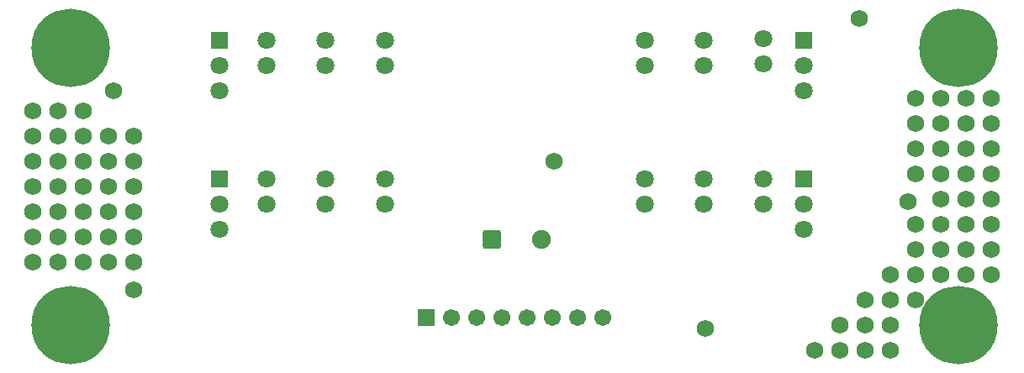
<source format=gbs>
G04 Layer_Color=16711935*
%FSLAX23Y23*%
%MOIN*%
G70*
G01*
G75*
%ADD33C,0.071*%
%ADD34C,0.068*%
%ADD35C,0.071*%
%ADD36R,0.071X0.071*%
%ADD37C,0.067*%
%ADD38R,0.067X0.067*%
G04:AMPARAMS|DCode=39|XSize=75mil|YSize=75mil|CornerRadius=12mil|HoleSize=0mil|Usage=FLASHONLY|Rotation=0.000|XOffset=0mil|YOffset=0mil|HoleType=Round|Shape=RoundedRectangle|*
%AMROUNDEDRECTD39*
21,1,0.075,0.050,0,0,0.0*
21,1,0.050,0.075,0,0,0.0*
1,1,0.025,0.025,-0.025*
1,1,0.025,-0.025,-0.025*
1,1,0.025,-0.025,0.025*
1,1,0.025,0.025,0.025*
%
%ADD39ROUNDEDRECTD39*%
%ADD40C,0.075*%
%ADD41C,0.311*%
D33*
X2475Y780D02*
D03*
Y680D02*
D03*
X2710Y780D02*
D03*
Y680D02*
D03*
X2475Y1330D02*
D03*
Y1230D02*
D03*
X2710Y1330D02*
D03*
Y1230D02*
D03*
X1445Y1330D02*
D03*
Y1230D02*
D03*
X1210Y1330D02*
D03*
Y1230D02*
D03*
X1445Y780D02*
D03*
Y680D02*
D03*
X1210Y780D02*
D03*
Y680D02*
D03*
X975Y780D02*
D03*
Y680D02*
D03*
Y1330D02*
D03*
Y1230D02*
D03*
X2945Y1335D02*
D03*
Y1235D02*
D03*
Y780D02*
D03*
Y680D02*
D03*
D34*
X2715Y185D02*
D03*
X2115Y850D02*
D03*
X3520Y690D02*
D03*
X3325Y1415D02*
D03*
X370Y1130D02*
D03*
X450Y340D02*
D03*
Y750D02*
D03*
Y650D02*
D03*
X350Y750D02*
D03*
Y650D02*
D03*
Y550D02*
D03*
X3450Y200D02*
D03*
Y100D02*
D03*
X3350D02*
D03*
X3150D02*
D03*
X3250D02*
D03*
Y200D02*
D03*
X3350D02*
D03*
Y300D02*
D03*
X3450D02*
D03*
Y400D02*
D03*
X3550Y300D02*
D03*
Y400D02*
D03*
Y500D02*
D03*
Y600D02*
D03*
X3650Y400D02*
D03*
Y500D02*
D03*
Y600D02*
D03*
Y700D02*
D03*
X3750D02*
D03*
Y600D02*
D03*
Y500D02*
D03*
Y400D02*
D03*
X3850Y700D02*
D03*
Y600D02*
D03*
Y500D02*
D03*
Y400D02*
D03*
Y800D02*
D03*
Y900D02*
D03*
Y1000D02*
D03*
Y1100D02*
D03*
X3750Y800D02*
D03*
Y900D02*
D03*
Y1000D02*
D03*
Y1100D02*
D03*
X3650Y800D02*
D03*
Y900D02*
D03*
Y1000D02*
D03*
Y1100D02*
D03*
X3550D02*
D03*
Y1000D02*
D03*
Y900D02*
D03*
Y800D02*
D03*
X450Y950D02*
D03*
Y850D02*
D03*
X350D02*
D03*
Y950D02*
D03*
X250Y450D02*
D03*
X150D02*
D03*
X50D02*
D03*
X250Y550D02*
D03*
X150D02*
D03*
X50D02*
D03*
X250Y650D02*
D03*
X150D02*
D03*
X50D02*
D03*
X250Y750D02*
D03*
X150D02*
D03*
X50D02*
D03*
Y850D02*
D03*
X150D02*
D03*
X250D02*
D03*
Y950D02*
D03*
X150D02*
D03*
X50D02*
D03*
Y1050D02*
D03*
X150D02*
D03*
X250D02*
D03*
X350Y450D02*
D03*
X450D02*
D03*
Y550D02*
D03*
D35*
X3105Y580D02*
D03*
Y680D02*
D03*
Y1130D02*
D03*
Y1230D02*
D03*
X790Y1130D02*
D03*
Y1230D02*
D03*
Y580D02*
D03*
Y680D02*
D03*
D36*
X3105Y780D02*
D03*
Y1330D02*
D03*
X790D02*
D03*
Y780D02*
D03*
D37*
X2310Y230D02*
D03*
X2210D02*
D03*
X2110D02*
D03*
X2010D02*
D03*
X1910D02*
D03*
X1810D02*
D03*
X1710D02*
D03*
D38*
X1610D02*
D03*
D39*
X1870Y540D02*
D03*
D40*
X2067D02*
D03*
D41*
X200Y200D02*
D03*
X3720D02*
D03*
X200Y1300D02*
D03*
X3720D02*
D03*
M02*

</source>
